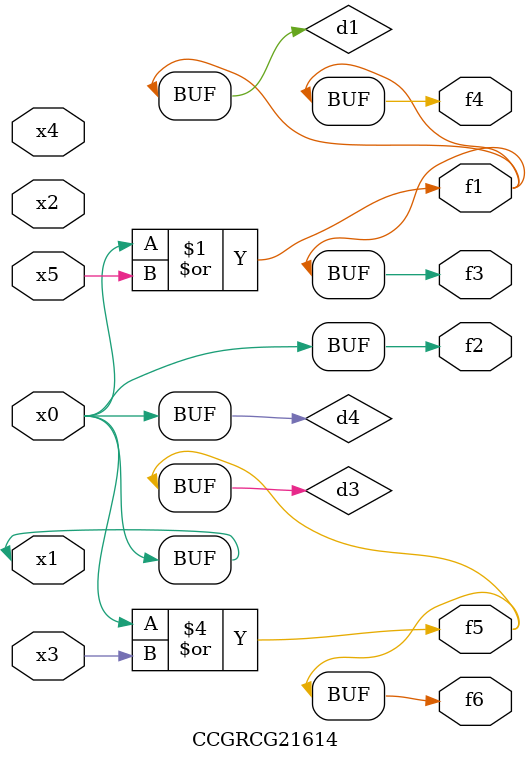
<source format=v>
module CCGRCG21614(
	input x0, x1, x2, x3, x4, x5,
	output f1, f2, f3, f4, f5, f6
);

	wire d1, d2, d3, d4;

	or (d1, x0, x5);
	xnor (d2, x1, x4);
	or (d3, x0, x3);
	buf (d4, x0, x1);
	assign f1 = d1;
	assign f2 = d4;
	assign f3 = d1;
	assign f4 = d1;
	assign f5 = d3;
	assign f6 = d3;
endmodule

</source>
